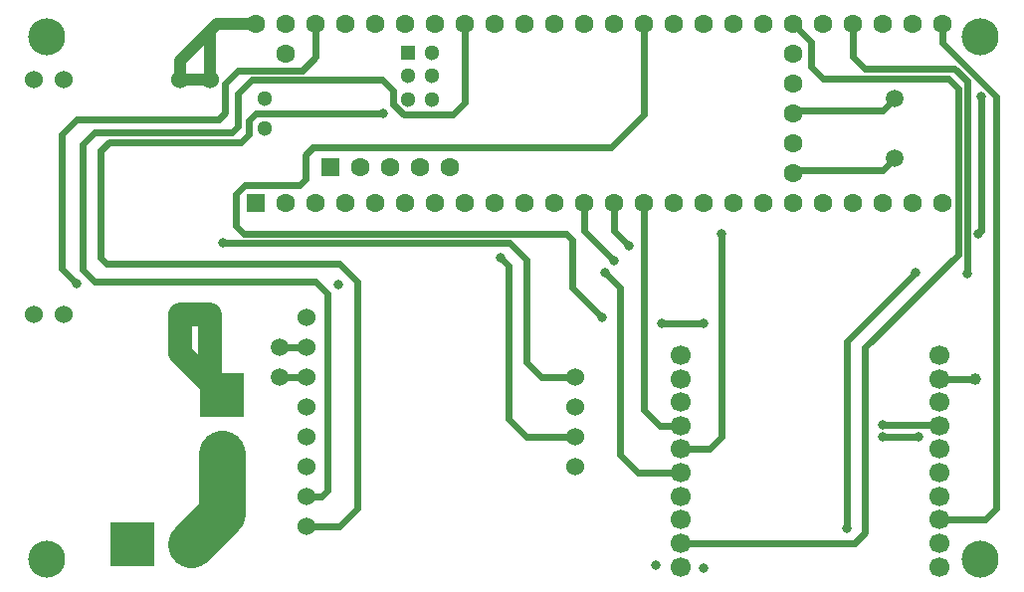
<source format=gtl>
%TF.GenerationSoftware,KiCad,Pcbnew,(5.1.9)-1*%
%TF.CreationDate,2021-12-11T14:55:59-08:00*%
%TF.ProjectId,GPS_Board,4750535f-426f-4617-9264-2e6b69636164,rev?*%
%TF.SameCoordinates,Original*%
%TF.FileFunction,Copper,L1,Top*%
%TF.FilePolarity,Positive*%
%FSLAX46Y46*%
G04 Gerber Fmt 4.6, Leading zero omitted, Abs format (unit mm)*
G04 Created by KiCad (PCBNEW (5.1.9)-1) date 2021-12-11 14:55:59*
%MOMM*%
%LPD*%
G01*
G04 APERTURE LIST*
%TA.AperFunction,ComponentPad*%
%ADD10C,1.524000*%
%TD*%
%TA.AperFunction,ComponentPad*%
%ADD11C,1.700000*%
%TD*%
%TA.AperFunction,ComponentPad*%
%ADD12C,1.300000*%
%TD*%
%TA.AperFunction,ComponentPad*%
%ADD13C,1.600000*%
%TD*%
%TA.AperFunction,ComponentPad*%
%ADD14R,1.300000X1.300000*%
%TD*%
%TA.AperFunction,ComponentPad*%
%ADD15R,1.600000X1.600000*%
%TD*%
%TA.AperFunction,SMDPad,CuDef*%
%ADD16C,1.000000*%
%TD*%
%TA.AperFunction,SMDPad,CuDef*%
%ADD17C,1.500000*%
%TD*%
%TA.AperFunction,ComponentPad*%
%ADD18C,3.800000*%
%TD*%
%TA.AperFunction,ComponentPad*%
%ADD19R,3.800000X3.800000*%
%TD*%
%TA.AperFunction,ViaPad*%
%ADD20C,3.150000*%
%TD*%
%TA.AperFunction,ViaPad*%
%ADD21C,0.800000*%
%TD*%
%TA.AperFunction,Conductor*%
%ADD22C,0.600000*%
%TD*%
%TA.AperFunction,Conductor*%
%ADD23C,2.000000*%
%TD*%
%TA.AperFunction,Conductor*%
%ADD24C,1.000000*%
%TD*%
%TA.AperFunction,Conductor*%
%ADD25C,4.000000*%
%TD*%
G04 APERTURE END LIST*
D10*
%TO.P,A2,7*%
%TO.N,Net-(A2-Pad7)*%
X136398000Y-102616000D03*
%TO.P,A2,6*%
%TO.N,GND*%
X136398000Y-100076000D03*
%TO.P,A2,5*%
%TO.N,N/C*%
X136398000Y-97536000D03*
%TO.P,A2,8*%
%TO.N,Net-(A2-Pad8)*%
X136398000Y-105156000D03*
%TO.P,A2,2*%
%TO.N,Net-(A2-Pad2)*%
X136398000Y-89916000D03*
%TO.P,A2,1*%
%TO.N,N/C*%
X136398000Y-87376000D03*
%TO.P,A2,3*%
%TO.N,Net-(A2-Pad3)*%
X136398000Y-92456000D03*
%TO.P,A2,4*%
%TO.N,Net-(A1-Pad1)*%
X136398000Y-94996000D03*
%TO.P,A2,12*%
%TO.N,N/C*%
X159258000Y-100076000D03*
%TO.P,A2,11*%
%TO.N,Net-(A2-Pad11)*%
X159258000Y-97536000D03*
%TO.P,A2,10*%
%TO.N,Net-(A2-Pad10)*%
X159258000Y-94996000D03*
%TO.P,A2,9*%
%TO.N,Net-(A2-Pad9)*%
X159258000Y-92456000D03*
%TD*%
D11*
%TO.P,A1,20*%
%TO.N,N/C*%
X190197000Y-90568000D03*
%TO.P,A1,19*%
%TO.N,Net-(A1-Pad19)*%
X190197000Y-92568000D03*
%TO.P,A1,18*%
%TO.N,Net-(A1-Pad18)*%
X190197000Y-94568000D03*
%TO.P,A1,17*%
%TO.N,Net-(A1-Pad17)*%
X190197000Y-96568000D03*
%TO.P,A1,16*%
%TO.N,N/C*%
X190197000Y-98568000D03*
%TO.P,A1,15*%
X190197000Y-100568000D03*
%TO.P,A1,14*%
X190197000Y-102568000D03*
%TO.P,A1,13*%
%TO.N,Net-(A1-Pad13)*%
X190197000Y-104568000D03*
%TO.P,A1,12*%
%TO.N,N/C*%
X190197000Y-106568000D03*
%TO.P,A1,11*%
%TO.N,MOSI*%
X190197000Y-108568000D03*
%TO.P,A1,10*%
%TO.N,GND*%
X168197000Y-108568000D03*
%TO.P,A1,9*%
%TO.N,Net-(A1-Pad9)*%
X168197000Y-106568000D03*
%TO.P,A1,8*%
%TO.N,N/C*%
X168197000Y-104568000D03*
%TO.P,A1,7*%
X168197000Y-102568000D03*
%TO.P,A1,6*%
%TO.N,Net-(A1-Pad6)*%
X168197000Y-100568000D03*
%TO.P,A1,5*%
%TO.N,Net-(A1-Pad5)*%
X168197000Y-98568000D03*
%TO.P,A1,4*%
%TO.N,Net-(A1-Pad4)*%
X168197000Y-96568000D03*
%TO.P,A1,3*%
%TO.N,N/C*%
X168197000Y-94568000D03*
%TO.P,A1,2*%
X168197000Y-92568000D03*
%TO.P,A1,1*%
%TO.N,Net-(A1-Pad1)*%
X168197000Y-90568000D03*
%TD*%
D12*
%TO.P,U1,66*%
%TO.N,N/C*%
X132810000Y-68707000D03*
%TO.P,U1,67*%
X132810000Y-71247000D03*
D13*
%TO.P,U1,54*%
X177800000Y-64897000D03*
%TO.P,U1,53*%
X177800000Y-67437000D03*
%TO.P,U1,52*%
%TO.N,GND*%
X177800000Y-69977000D03*
%TO.P,U1,51*%
%TO.N,N/C*%
X177800000Y-72517000D03*
%TO.P,U1,50*%
%TO.N,Net-(TP1-Pad1)*%
X177800000Y-75057000D03*
D12*
%TO.P,U1,62*%
%TO.N,N/C*%
X145050000Y-68795400D03*
%TO.P,U1,63*%
X147050000Y-68795400D03*
%TO.P,U1,64*%
X147050000Y-66795400D03*
%TO.P,U1,61*%
X145050000Y-66795400D03*
%TO.P,U1,65*%
X147050000Y-64795400D03*
D14*
%TO.P,U1,60*%
X145050000Y-64795400D03*
D13*
%TO.P,U1,17*%
X172720000Y-77597000D03*
%TO.P,U1,18*%
X175260000Y-77597000D03*
%TO.P,U1,19*%
X177800000Y-77597000D03*
%TO.P,U1,20*%
X180340000Y-77597000D03*
%TO.P,U1,16*%
X170180000Y-77597000D03*
%TO.P,U1,15*%
X167640000Y-77597000D03*
%TO.P,U1,14*%
%TO.N,Net-(A1-Pad4)*%
X165100000Y-77597000D03*
%TO.P,U1,21*%
%TO.N,N/C*%
X182880000Y-77597000D03*
%TO.P,U1,22*%
X185420000Y-77597000D03*
%TO.P,U1,23*%
X187960000Y-77597000D03*
%TO.P,U1,24*%
X190500000Y-77597000D03*
%TO.P,U1,25*%
%TO.N,Net-(A1-Pad13)*%
X190500000Y-62357000D03*
%TO.P,U1,26*%
%TO.N,N/C*%
X187960000Y-62357000D03*
%TO.P,U1,27*%
X185420000Y-62357000D03*
%TO.P,U1,28*%
%TO.N,Net-(A2-Pad10)*%
X182880000Y-62357000D03*
%TO.P,U1,29*%
%TO.N,Net-(A1-Pad5)*%
X180340000Y-62357000D03*
%TO.P,U1,30*%
%TO.N,Net-(A1-Pad9)*%
X177800000Y-62357000D03*
%TO.P,U1,31*%
%TO.N,N/C*%
X175260000Y-62357000D03*
%TO.P,U1,32*%
X172720000Y-62357000D03*
%TO.P,U1,33*%
X170180000Y-62357000D03*
%TO.P,U1,34*%
%TO.N,GND*%
X167640000Y-62357000D03*
%TO.P,U1,13*%
%TO.N,MOSI*%
X162560000Y-77597000D03*
%TO.P,U1,12*%
%TO.N,Net-(A1-Pad17)*%
X160020000Y-77597000D03*
%TO.P,U1,11*%
%TO.N,N/C*%
X157480000Y-77597000D03*
%TO.P,U1,10*%
X154940000Y-77597000D03*
%TO.P,U1,9*%
X152400000Y-77597000D03*
%TO.P,U1,8*%
X149860000Y-77597000D03*
%TO.P,U1,7*%
X147320000Y-77597000D03*
%TO.P,U1,6*%
X144780000Y-77597000D03*
%TO.P,U1,5*%
X142240000Y-77597000D03*
%TO.P,U1,4*%
X139700000Y-77597000D03*
%TO.P,U1,3*%
X137160000Y-77597000D03*
%TO.P,U1,2*%
X134620000Y-77597000D03*
D15*
%TO.P,U1,1*%
%TO.N,GND*%
X132080000Y-77597000D03*
D13*
%TO.P,U1,35*%
%TO.N,Net-(A1-Pad18)*%
X165100000Y-62357000D03*
%TO.P,U1,36*%
%TO.N,Net-(A2-Pad9)*%
X162560000Y-62357000D03*
%TO.P,U1,37*%
%TO.N,Net-(A2-Pad11)*%
X160020000Y-62357000D03*
%TO.P,U1,38*%
%TO.N,N/C*%
X157480000Y-62357000D03*
%TO.P,U1,39*%
X154940000Y-62357000D03*
%TO.P,U1,40*%
%TO.N,Net-(A2-Pad8)*%
X152400000Y-62357000D03*
%TO.P,U1,41*%
%TO.N,Net-(A2-Pad7)*%
X149860000Y-62357000D03*
%TO.P,U1,42*%
%TO.N,N/C*%
X147320000Y-62357000D03*
%TO.P,U1,43*%
X144780000Y-62357000D03*
%TO.P,U1,44*%
%TO.N,Net-(A1-Pad6)*%
X142240000Y-62357000D03*
%TO.P,U1,45*%
%TO.N,N/C*%
X139700000Y-62357000D03*
%TO.P,U1,46*%
%TO.N,Net-(A1-Pad1)*%
X137160000Y-62357000D03*
%TO.P,U1,47*%
%TO.N,GND*%
X134620000Y-62357000D03*
%TO.P,U1,48*%
%TO.N,+5V*%
X132080000Y-62357000D03*
D15*
%TO.P,U1,55*%
%TO.N,N/C*%
X138379200Y-74546200D03*
D13*
%TO.P,U1,56*%
X140919200Y-74546200D03*
%TO.P,U1,57*%
X143459200Y-74546200D03*
%TO.P,U1,58*%
X145999200Y-74546200D03*
%TO.P,U1,59*%
X148539200Y-74546200D03*
%TO.P,U1,49*%
X134620000Y-64897000D03*
%TD*%
D16*
%TO.P,TP5,1*%
%TO.N,Net-(A1-Pad19)*%
X193294000Y-92583000D03*
%TD*%
D17*
%TO.P,TP4,1*%
%TO.N,Net-(A2-Pad3)*%
X134112000Y-92456000D03*
%TD*%
%TO.P,TP3,1*%
%TO.N,Net-(A2-Pad2)*%
X134112000Y-89916000D03*
%TD*%
%TO.P,TP2,1*%
%TO.N,GND*%
X186436000Y-68707000D03*
%TD*%
%TO.P,TP1,1*%
%TO.N,Net-(TP1-Pad1)*%
X186436000Y-73787000D03*
%TD*%
D18*
%TO.P,J2,2*%
%TO.N,Net-(J1-Pad2)*%
X129159000Y-98980000D03*
D19*
%TO.P,J2,1*%
%TO.N,Net-(A3-Pad2)*%
X129159000Y-93980000D03*
%TD*%
D18*
%TO.P,J1,2*%
%TO.N,Net-(J1-Pad2)*%
X126539000Y-106680000D03*
D19*
%TO.P,J1,1*%
%TO.N,GND*%
X121539000Y-106680000D03*
%TD*%
D10*
%TO.P,A3,3*%
%TO.N,GND*%
X113141000Y-67138000D03*
X115681000Y-67138000D03*
%TO.P,A3,1*%
X115681000Y-87138000D03*
X113141000Y-87138000D03*
%TO.P,A3,2*%
%TO.N,Net-(A3-Pad2)*%
X125601000Y-87138000D03*
X128141000Y-87138000D03*
%TO.P,A3,4*%
%TO.N,+5V*%
X125601000Y-67138000D03*
X128141000Y-67138000D03*
%TD*%
D20*
%TO.N,*%
X193675000Y-63500000D03*
X193675000Y-107950000D03*
X114300000Y-107950000D03*
X114300000Y-63500000D03*
D21*
%TO.N,Net-(A1-Pad18)*%
X188468000Y-97536000D03*
X185420000Y-97536000D03*
X166624000Y-87884000D03*
X161544000Y-87376000D03*
X170180000Y-87884000D03*
%TO.N,Net-(A1-Pad17)*%
X185420000Y-96520000D03*
X162560000Y-82550000D03*
%TO.N,GND*%
X166116000Y-108458000D03*
X170180000Y-108712000D03*
%TO.N,Net-(A1-Pad6)*%
X161787000Y-83555000D03*
%TO.N,Net-(A1-Pad5)*%
X171704000Y-80264000D03*
X193782774Y-68563568D03*
X193548000Y-80264000D03*
%TO.N,Net-(A1-Pad1)*%
X116840000Y-84455000D03*
X139065000Y-84554990D03*
%TO.N,Net-(A2-Pad10)*%
X192600011Y-83634011D03*
X188214000Y-83566000D03*
X182372000Y-105283000D03*
%TO.N,Net-(A2-Pad9)*%
X129286000Y-81026000D03*
%TO.N,Net-(A2-Pad11)*%
X152908000Y-82296000D03*
%TO.N,Net-(A2-Pad8)*%
X142875000Y-69977000D03*
%TO.N,MOSI*%
X163830000Y-81280000D03*
%TD*%
D22*
%TO.N,Net-(A1-Pad19)*%
X190212000Y-92583000D02*
X190197000Y-92568000D01*
X193294000Y-92583000D02*
X190212000Y-92583000D01*
%TO.N,Net-(A1-Pad18)*%
X188468000Y-97536000D02*
X185420000Y-97536000D01*
X166624000Y-87884000D02*
X170180000Y-87884000D01*
X161544000Y-87376000D02*
X159004000Y-84836000D01*
X159004000Y-84836000D02*
X159004000Y-80772000D01*
X136271000Y-73533000D02*
X136906000Y-72898000D01*
X136271000Y-75565000D02*
X136271000Y-73533000D01*
X165100000Y-70104000D02*
X165100000Y-62357000D01*
X135763000Y-76073000D02*
X136271000Y-75565000D01*
X131103998Y-76073000D02*
X135763000Y-76073000D01*
X130341998Y-76835000D02*
X131103998Y-76073000D01*
X162306000Y-72898000D02*
X165100000Y-70104000D01*
X136906000Y-72898000D02*
X162306000Y-72898000D01*
X130341998Y-76835000D02*
X130341998Y-79541998D01*
X158457990Y-80225990D02*
X159004000Y-80772000D01*
X131025990Y-80225990D02*
X158457990Y-80225990D01*
X130341998Y-79541998D02*
X131025990Y-80225990D01*
%TO.N,Net-(A1-Pad17)*%
X185420000Y-96520000D02*
X190149000Y-96520000D01*
X190149000Y-96520000D02*
X190197000Y-96568000D01*
X160020000Y-77597000D02*
X160020000Y-80010000D01*
X160020000Y-80010000D02*
X162560000Y-82550000D01*
%TO.N,GND*%
X186436000Y-68707000D02*
X185420000Y-69723000D01*
X178054000Y-69723000D02*
X177800000Y-69977000D01*
X185420000Y-69723000D02*
X178054000Y-69723000D01*
X170036000Y-108568000D02*
X170180000Y-108712000D01*
%TO.N,Net-(A1-Pad9)*%
X183896000Y-105664000D02*
X182992000Y-106568000D01*
X191800001Y-82011999D02*
X183896000Y-89916000D01*
X191800001Y-67848001D02*
X191800001Y-82011999D01*
X182992000Y-106568000D02*
X168197000Y-106568000D01*
X191008000Y-67056000D02*
X191800001Y-67848001D01*
X180340000Y-67056000D02*
X191008000Y-67056000D01*
X183896000Y-89916000D02*
X183896000Y-105664000D01*
X179324000Y-66040000D02*
X180340000Y-67056000D01*
X179324000Y-63881000D02*
X179324000Y-66040000D01*
X177800000Y-62357000D02*
X179324000Y-63881000D01*
%TO.N,Net-(A1-Pad6)*%
X164576000Y-100568000D02*
X168197000Y-100568000D01*
X163068000Y-99060000D02*
X164576000Y-100568000D01*
X163068000Y-84836000D02*
X163068000Y-99060000D01*
X161787000Y-83555000D02*
X163068000Y-84836000D01*
%TO.N,Net-(A1-Pad5)*%
X170672000Y-98568000D02*
X168197000Y-98568000D01*
X171704000Y-97536000D02*
X170672000Y-98568000D01*
X171704000Y-80264000D02*
X171704000Y-97536000D01*
X193782774Y-80029226D02*
X193548000Y-80264000D01*
X193782774Y-68563568D02*
X193782774Y-80029226D01*
%TO.N,Net-(A1-Pad4)*%
X165100000Y-77597000D02*
X165100000Y-95250000D01*
X166418000Y-96568000D02*
X168197000Y-96568000D01*
X165100000Y-95250000D02*
X166418000Y-96568000D01*
%TO.N,Net-(A1-Pad1)*%
X115570000Y-83185000D02*
X116840000Y-84455000D01*
X115570000Y-71755000D02*
X115570000Y-83185000D01*
X116840000Y-70485000D02*
X115570000Y-71755000D01*
X128905000Y-70485000D02*
X116840000Y-70485000D01*
X129476500Y-69913500D02*
X128905000Y-70485000D01*
X129476500Y-67437000D02*
X129476500Y-69913500D01*
X130556000Y-66357500D02*
X129476500Y-67437000D01*
X136017000Y-66357500D02*
X130556000Y-66357500D01*
X137160000Y-65214500D02*
X136017000Y-66357500D01*
X137160000Y-62357000D02*
X137160000Y-65214500D01*
D23*
%TO.N,Net-(A3-Pad2)*%
X125601000Y-87138000D02*
X128141000Y-87138000D01*
X125601000Y-90422000D02*
X129159000Y-93980000D01*
X125601000Y-87138000D02*
X125601000Y-90422000D01*
X128141000Y-92962000D02*
X129159000Y-93980000D01*
X128141000Y-87138000D02*
X128141000Y-92962000D01*
D24*
%TO.N,+5V*%
X125601000Y-67138000D02*
X125601000Y-65534000D01*
X128778000Y-62357000D02*
X132080000Y-62357000D01*
X125601000Y-67138000D02*
X128141000Y-67138000D01*
X125601000Y-65534000D02*
X128778000Y-62357000D01*
X128141000Y-62994000D02*
X128778000Y-62357000D01*
X128141000Y-67138000D02*
X128141000Y-62994000D01*
D25*
%TO.N,Net-(J1-Pad2)*%
X129159000Y-104060000D02*
X126539000Y-106680000D01*
X129159000Y-98980000D02*
X129159000Y-104060000D01*
D22*
%TO.N,Net-(TP1-Pad1)*%
X186436000Y-73787000D02*
X185420000Y-74803000D01*
X178054000Y-74803000D02*
X177800000Y-75057000D01*
X185420000Y-74803000D02*
X178054000Y-74803000D01*
%TO.N,Net-(A1-Pad13)*%
X194136000Y-104568000D02*
X190197000Y-104568000D01*
X195072000Y-103632000D02*
X194136000Y-104568000D01*
X195072000Y-68580000D02*
X195072000Y-103632000D01*
X190500000Y-64008000D02*
X195072000Y-68580000D01*
X190500000Y-62357000D02*
X190500000Y-64008000D01*
%TO.N,Net-(A2-Pad2)*%
X134112000Y-89916000D02*
X136398000Y-89916000D01*
%TO.N,Net-(A2-Pad3)*%
X134112000Y-92456000D02*
X136398000Y-92456000D01*
%TO.N,Net-(A2-Pad10)*%
X182880000Y-62357000D02*
X182880000Y-65151000D01*
X182880000Y-65151000D02*
X183896000Y-66167000D01*
X183896000Y-66167000D02*
X191527616Y-66167000D01*
X192600011Y-67239395D02*
X192600011Y-83634011D01*
X191527616Y-66167000D02*
X192600011Y-67239395D01*
X188214000Y-83566000D02*
X182372000Y-89408000D01*
X182372000Y-89408000D02*
X182372000Y-105283000D01*
%TO.N,Net-(A2-Pad9)*%
X155067000Y-82423000D02*
X153670000Y-81026000D01*
X155067000Y-91186000D02*
X155067000Y-82423000D01*
X156337000Y-92456000D02*
X155067000Y-91186000D01*
X153670000Y-81026000D02*
X129286000Y-81026000D01*
X159258000Y-92456000D02*
X156337000Y-92456000D01*
%TO.N,Net-(A2-Pad11)*%
X159258000Y-97536000D02*
X155067000Y-97536000D01*
X155067000Y-97536000D02*
X153543000Y-96012000D01*
X153543000Y-82931000D02*
X152908000Y-82296000D01*
X153543000Y-96012000D02*
X153543000Y-82931000D01*
%TO.N,Net-(A2-Pad8)*%
X131445000Y-70612000D02*
X132080000Y-69977000D01*
X130771990Y-72428010D02*
X131445000Y-71755000D01*
X119595990Y-72428010D02*
X130771990Y-72428010D01*
X118872000Y-73152000D02*
X119595990Y-72428010D01*
X118872000Y-82296000D02*
X118872000Y-73152000D01*
X139192000Y-82804000D02*
X119380000Y-82804000D01*
X140716000Y-84328000D02*
X139192000Y-82804000D01*
X140716000Y-103632000D02*
X140716000Y-84328000D01*
X131445000Y-71755000D02*
X131445000Y-70612000D01*
X119380000Y-82804000D02*
X118872000Y-82296000D01*
X139192000Y-105156000D02*
X140716000Y-103632000D01*
X136398000Y-105156000D02*
X139192000Y-105156000D01*
X132080000Y-69977000D02*
X142875000Y-69977000D01*
%TO.N,Net-(A2-Pad7)*%
X148844000Y-70104000D02*
X149860000Y-69088000D01*
X144656598Y-70104000D02*
X148844000Y-70104000D01*
X143764000Y-69211402D02*
X144656598Y-70104000D01*
X136398000Y-102616000D02*
X137668000Y-102616000D01*
X137668000Y-102616000D02*
X138176000Y-102108000D01*
X138176000Y-102108000D02*
X138176000Y-85344000D01*
X137160000Y-84328000D02*
X118364000Y-84328000D01*
X143764000Y-68072000D02*
X143764000Y-69211402D01*
X138176000Y-85344000D02*
X137160000Y-84328000D01*
X118364000Y-84328000D02*
X117348000Y-83312000D01*
X130556000Y-68326000D02*
X131724490Y-67157510D01*
X117348000Y-72644000D02*
X118364000Y-71628000D01*
X142849510Y-67157510D02*
X143764000Y-68072000D01*
X118364000Y-71628000D02*
X130048000Y-71628000D01*
X117348000Y-83312000D02*
X117348000Y-72644000D01*
X130048000Y-71628000D02*
X130556000Y-71120000D01*
X149860000Y-69088000D02*
X149860000Y-62357000D01*
X130556000Y-71120000D02*
X130556000Y-68326000D01*
X131724490Y-67157510D02*
X142849510Y-67157510D01*
%TO.N,MOSI*%
X162560000Y-77597000D02*
X162560000Y-80010000D01*
X162560000Y-80010000D02*
X163830000Y-81280000D01*
%TD*%
M02*

</source>
